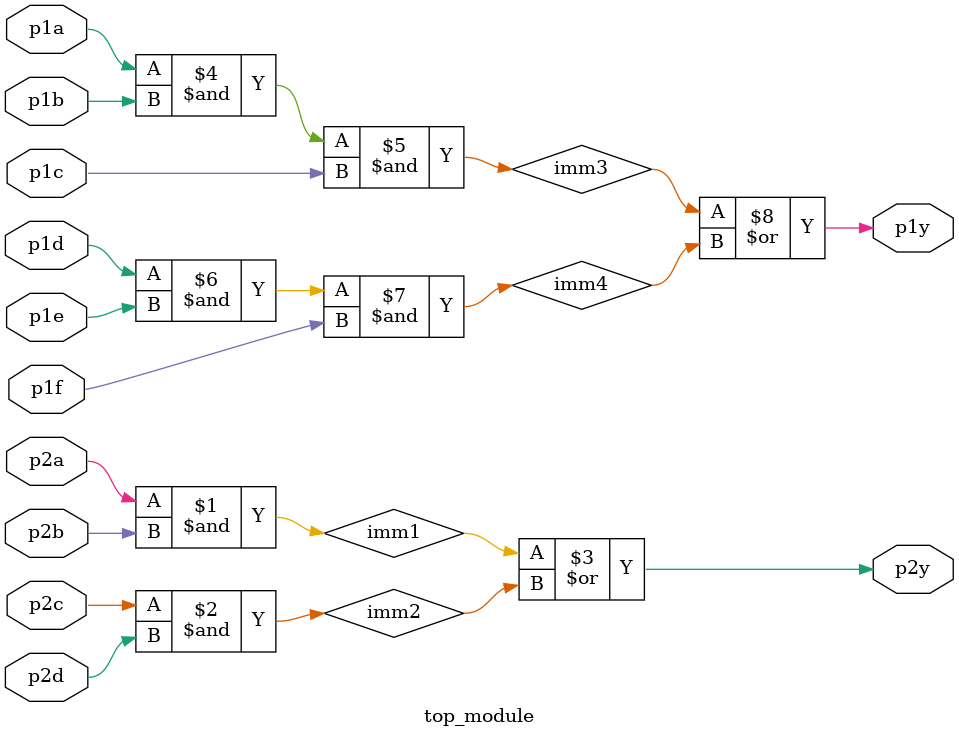
<source format=v>
module top_module ( 
    input p1a, p1b, p1c, p1d, p1e, p1f,
    output p1y,
    input p2a, p2b, p2c, p2d,
    output p2y );
    
wire imm1,imm2,imm3,imm4;
    assign imm1 = (p2a & p2b);
    assign imm2 = (p2c & p2d);
    assign p2y = (imm1 | imm2);
    
    assign imm3 = (p1a & p1b & p1c);
    assign imm4 = (p1d & p1e & p1f);
    assign p1y = (imm3 | imm4);

endmodule

</source>
